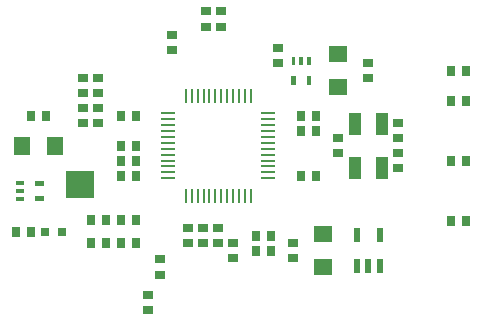
<source format=gbr>
%TF.GenerationSoftware,KiCad,Pcbnew,5.1.8-db9833491~87~ubuntu18.04.1*%
%TF.CreationDate,2020-11-08T14:36:31-03:00*%
%TF.ProjectId,DCI_TP,4443495f-5450-42e6-9b69-6361645f7063,1.0*%
%TF.SameCoordinates,Original*%
%TF.FileFunction,Paste,Top*%
%TF.FilePolarity,Positive*%
%FSLAX46Y46*%
G04 Gerber Fmt 4.6, Leading zero omitted, Abs format (unit mm)*
G04 Created by KiCad (PCBNEW 5.1.8-db9833491~87~ubuntu18.04.1) date 2020-11-08 14:36:31*
%MOMM*%
%LPD*%
G01*
G04 APERTURE LIST*
%ADD10C,0.100000*%
%ADD11R,1.100000X1.900000*%
%ADD12R,1.143000X0.254000*%
%ADD13R,0.254000X1.143000*%
%ADD14R,0.550000X1.200000*%
%ADD15R,0.700000X0.900000*%
%ADD16R,0.900000X0.700000*%
%ADD17R,0.800000X0.800000*%
%ADD18R,0.635000X1.270000*%
%ADD19R,1.600000X1.400000*%
%ADD20R,1.400000X1.600000*%
G04 APERTURE END LIST*
D10*
%TO.C,U$12*%
G36*
X153850000Y-97833600D02*
G01*
X153450000Y-97833600D01*
X153450000Y-98583600D01*
X153850000Y-98583600D01*
X153850000Y-97833600D01*
G37*
G36*
X152550000Y-97833600D02*
G01*
X152150000Y-97833600D01*
X152150000Y-98583600D01*
X152550000Y-98583600D01*
X152550000Y-97833600D01*
G37*
G36*
X153838200Y-96215200D02*
G01*
X153508000Y-96215200D01*
X153508000Y-96901000D01*
X153838200Y-96901000D01*
X153838200Y-96215200D01*
G37*
G36*
X153165100Y-96215200D02*
G01*
X152834900Y-96215200D01*
X152834900Y-96901000D01*
X153165100Y-96901000D01*
X153165100Y-96215200D01*
G37*
G36*
X152492000Y-96215200D02*
G01*
X152161800Y-96215200D01*
X152161800Y-96901000D01*
X152492000Y-96901000D01*
X152492000Y-96215200D01*
G37*
%TO.C,U$2*%
G36*
X130450000Y-106694000D02*
G01*
X130450000Y-107094000D01*
X131200000Y-107094000D01*
X131200000Y-106694000D01*
X130450000Y-106694000D01*
G37*
G36*
X130450000Y-107994000D02*
G01*
X130450000Y-108394000D01*
X131200000Y-108394000D01*
X131200000Y-107994000D01*
X130450000Y-107994000D01*
G37*
G36*
X128831600Y-106705800D02*
G01*
X128831600Y-107036000D01*
X129517400Y-107036000D01*
X129517400Y-106705800D01*
X128831600Y-106705800D01*
G37*
G36*
X128831600Y-107378900D02*
G01*
X128831600Y-107709100D01*
X129517400Y-107709100D01*
X129517400Y-107378900D01*
X128831600Y-107378900D01*
G37*
G36*
X128831600Y-108052000D02*
G01*
X128831600Y-108382200D01*
X129517400Y-108382200D01*
X129517400Y-108052000D01*
X128831600Y-108052000D01*
G37*
%TO.C,JP4*%
G36*
X133030800Y-108143000D02*
G01*
X135469200Y-108143000D01*
X135469200Y-105857000D01*
X133030800Y-105857000D01*
X133030800Y-108143000D01*
G37*
%TD*%
D11*
%TO.C,Q1*%
X159811000Y-101884000D03*
X157511000Y-105584000D03*
X157511000Y-101884000D03*
X159811000Y-105584000D03*
%TD*%
D12*
%TO.C,U2*%
X141711000Y-106484000D03*
X141711000Y-105984000D03*
X141711000Y-105484000D03*
X141711000Y-104984000D03*
X141711000Y-104484000D03*
X141711000Y-103984000D03*
X141711000Y-103484000D03*
X141711000Y-102984000D03*
X141711000Y-102484000D03*
X141711000Y-101984000D03*
X141711000Y-101484000D03*
X141711000Y-100984000D03*
D13*
X143211000Y-99484000D03*
X143711000Y-99484000D03*
X144211000Y-99484000D03*
X144711000Y-99484000D03*
X145211000Y-99484000D03*
X145711000Y-99484000D03*
X146211000Y-99484000D03*
X146711000Y-99484000D03*
X147211000Y-99484000D03*
X147711000Y-99484000D03*
X148211000Y-99484000D03*
X148711000Y-99484000D03*
D12*
X150211000Y-100984000D03*
X150211000Y-101484000D03*
X150211000Y-101984000D03*
X150211000Y-102484000D03*
X150211000Y-102984000D03*
X150211000Y-103484000D03*
X150211000Y-103984000D03*
X150211000Y-104484000D03*
X150211000Y-104984000D03*
X150211000Y-105484000D03*
X150211000Y-105984000D03*
X150211000Y-106484000D03*
D13*
X148711000Y-107984000D03*
X148211000Y-107984000D03*
X147711000Y-107984000D03*
X147211000Y-107984000D03*
X146711000Y-107984000D03*
X146211000Y-107984000D03*
X145711000Y-107984000D03*
X145211000Y-107984000D03*
X144711000Y-107984000D03*
X144211000Y-107984000D03*
X143711000Y-107984000D03*
X143211000Y-107984000D03*
%TD*%
D14*
%TO.C,U1*%
X157711000Y-111323900D03*
X159611000Y-111323900D03*
X159611000Y-113924100D03*
X158661000Y-113924100D03*
X157711000Y-113924100D03*
%TD*%
D15*
%TO.C,R17*%
X166931000Y-110084000D03*
X165631000Y-110084000D03*
%TD*%
%TO.C,R16*%
X166931000Y-105004000D03*
X165631000Y-105004000D03*
%TD*%
%TO.C,R15*%
X166931000Y-99923600D03*
X165631000Y-99923600D03*
%TD*%
%TO.C,R14*%
X166931000Y-97383600D03*
X165631000Y-97383600D03*
%TD*%
%TO.C,R13*%
X138991000Y-112000000D03*
X137691000Y-112000000D03*
%TD*%
D16*
%TO.C,R12*%
X141000000Y-113350000D03*
X141000000Y-114650000D03*
%TD*%
D15*
%TO.C,R11*%
X149121000Y-112624000D03*
X150421000Y-112624000D03*
%TD*%
%TO.C,R10*%
X149121000Y-111354000D03*
X150421000Y-111354000D03*
%TD*%
%TO.C,R9*%
X137691000Y-110000000D03*
X138991000Y-110000000D03*
%TD*%
%TO.C,R8*%
X128801000Y-111000000D03*
X130101000Y-111000000D03*
%TD*%
D16*
%TO.C,R7*%
X134531000Y-101844000D03*
X134531000Y-100544000D03*
%TD*%
%TO.C,R6*%
X135801000Y-101844000D03*
X135801000Y-100544000D03*
%TD*%
%TO.C,R5*%
X143421000Y-110704000D03*
X143421000Y-112004000D03*
%TD*%
%TO.C,R4*%
X144961000Y-93650000D03*
X144961000Y-92350000D03*
%TD*%
%TO.C,R3*%
X142000000Y-95650000D03*
X142000000Y-94350000D03*
%TD*%
%TO.C,R2*%
X151000000Y-95463600D03*
X151000000Y-96763600D03*
%TD*%
%TO.C,R1*%
X156121000Y-103084000D03*
X156121000Y-104384000D03*
%TD*%
D17*
%TO.C,LED1*%
X131250000Y-111000000D03*
X132750000Y-111000000D03*
%TD*%
D18*
%TO.C,JP4*%
X134661900Y-107000000D03*
X133838100Y-107000000D03*
%TD*%
D16*
%TO.C,C24*%
X140000000Y-116350000D03*
X140000000Y-117650000D03*
%TD*%
D15*
%TO.C,C23*%
X136451000Y-112000000D03*
X135151000Y-112000000D03*
%TD*%
%TO.C,C22*%
X154231000Y-102464000D03*
X152931000Y-102464000D03*
%TD*%
%TO.C,C21*%
X154231000Y-106274000D03*
X152931000Y-106274000D03*
%TD*%
D16*
%TO.C,C20*%
X145961000Y-112004000D03*
X145961000Y-110704000D03*
%TD*%
D15*
%TO.C,C19*%
X137691000Y-106274000D03*
X138991000Y-106274000D03*
%TD*%
%TO.C,C18*%
X137691000Y-103734000D03*
X138991000Y-103734000D03*
%TD*%
%TO.C,C17*%
X137691000Y-101194000D03*
X138991000Y-101194000D03*
%TD*%
D16*
%TO.C,C16*%
X146231000Y-92350000D03*
X146231000Y-93650000D03*
%TD*%
D15*
%TO.C,C15*%
X154231000Y-101194000D03*
X152931000Y-101194000D03*
%TD*%
D16*
%TO.C,C14*%
X147231000Y-113274000D03*
X147231000Y-111974000D03*
%TD*%
%TO.C,C13*%
X144691000Y-112004000D03*
X144691000Y-110704000D03*
%TD*%
D15*
%TO.C,C12*%
X136451000Y-110000000D03*
X135151000Y-110000000D03*
%TD*%
D16*
%TO.C,C11*%
X134531000Y-98003600D03*
X134531000Y-99303600D03*
%TD*%
%TO.C,C10*%
X135801000Y-98003600D03*
X135801000Y-99303600D03*
%TD*%
D15*
%TO.C,C9*%
X138991000Y-105004000D03*
X137691000Y-105004000D03*
%TD*%
D16*
%TO.C,C8*%
X161201000Y-105654000D03*
X161201000Y-104354000D03*
%TD*%
%TO.C,C7*%
X158661000Y-96733600D03*
X158661000Y-98033600D03*
%TD*%
D19*
%TO.C,C6*%
X154851000Y-111224000D03*
X154851000Y-114024000D03*
%TD*%
D16*
%TO.C,C5*%
X152311000Y-113274000D03*
X152311000Y-111974000D03*
%TD*%
D19*
%TO.C,C4*%
X156121000Y-98783600D03*
X156121000Y-95983600D03*
%TD*%
D16*
%TO.C,C3*%
X161201000Y-103114000D03*
X161201000Y-101814000D03*
%TD*%
D15*
%TO.C,C2*%
X130071000Y-101194000D03*
X131371000Y-101194000D03*
%TD*%
D20*
%TO.C,C1*%
X132121000Y-103734000D03*
X129321000Y-103734000D03*
%TD*%
M02*

</source>
